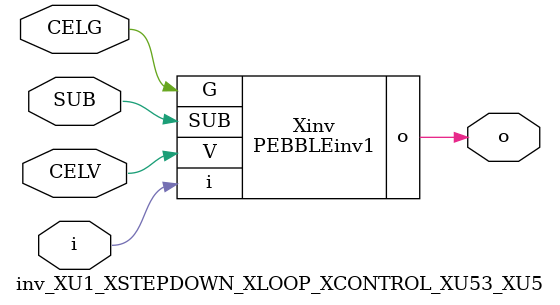
<source format=v>



module PEBBLEinv1 ( o, G, SUB, V, i );

  input V;
  input i;
  input G;
  output o;
  input SUB;
endmodule

//Celera Confidential Do Not Copy inv_XU1_XSTEPDOWN_XLOOP_XCONTROL_XU53_XU5
//Celera Confidential Symbol Generator
//5V Inverter
module inv_XU1_XSTEPDOWN_XLOOP_XCONTROL_XU53_XU5 (CELV,CELG,i,o,SUB);
input CELV;
input CELG;
input i;
input SUB;
output o;

//Celera Confidential Do Not Copy inv
PEBBLEinv1 Xinv(
.V (CELV),
.i (i),
.o (o),
.SUB (SUB),
.G (CELG)
);
//,diesize,PEBBLEinv1

//Celera Confidential Do Not Copy Module End
//Celera Schematic Generator
endmodule

</source>
